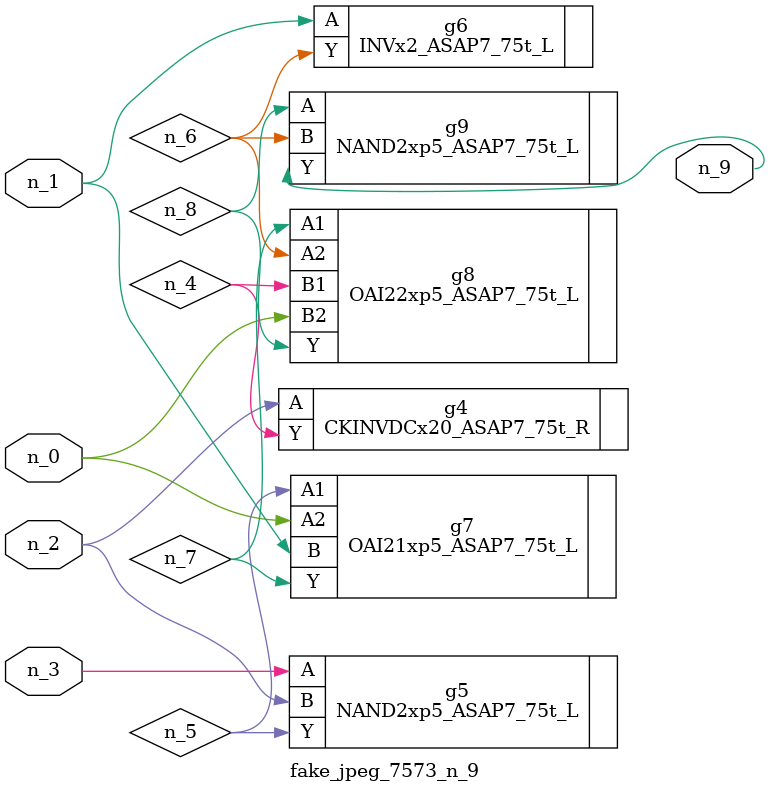
<source format=v>
module fake_jpeg_7573_n_9 (n_0, n_3, n_2, n_1, n_9);

input n_0;
input n_3;
input n_2;
input n_1;

output n_9;

wire n_4;
wire n_8;
wire n_6;
wire n_5;
wire n_7;

CKINVDCx20_ASAP7_75t_R g4 ( 
.A(n_2),
.Y(n_4)
);

NAND2xp5_ASAP7_75t_L g5 ( 
.A(n_3),
.B(n_2),
.Y(n_5)
);

INVx2_ASAP7_75t_L g6 ( 
.A(n_1),
.Y(n_6)
);

OAI21xp5_ASAP7_75t_L g7 ( 
.A1(n_5),
.A2(n_0),
.B(n_1),
.Y(n_7)
);

OAI22xp5_ASAP7_75t_L g8 ( 
.A1(n_7),
.A2(n_6),
.B1(n_4),
.B2(n_0),
.Y(n_8)
);

NAND2xp5_ASAP7_75t_L g9 ( 
.A(n_8),
.B(n_6),
.Y(n_9)
);


endmodule
</source>
